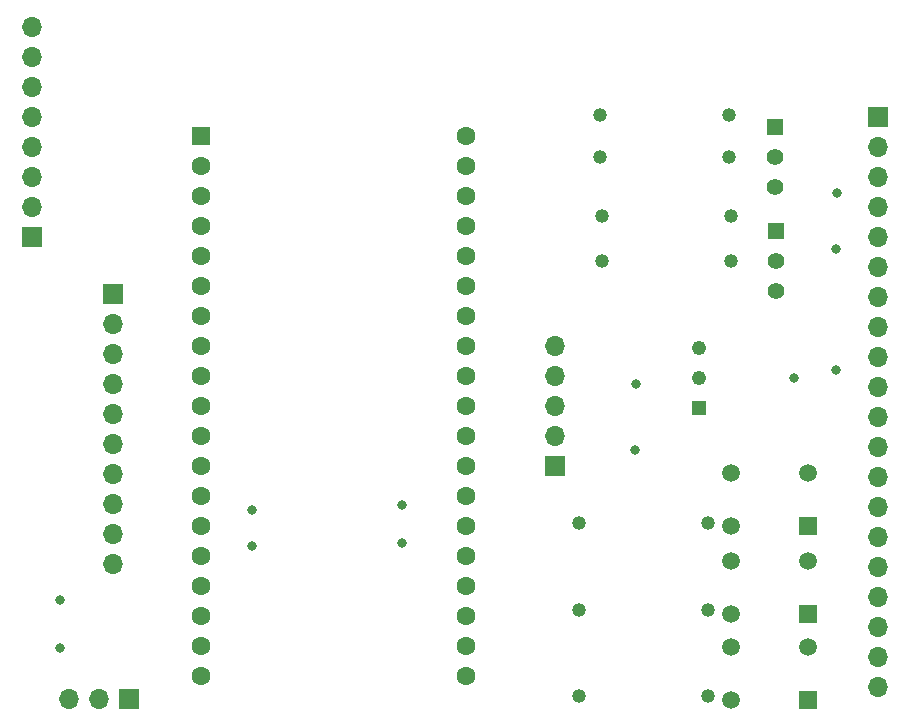
<source format=gtl>
%TF.GenerationSoftware,KiCad,Pcbnew,(5.1.10)-1*%
%TF.CreationDate,2021-12-13T23:16:41-03:00*%
%TF.ProjectId,Placa Digital,506c6163-6120-4446-9967-6974616c2e6b,V01*%
%TF.SameCoordinates,Original*%
%TF.FileFunction,Copper,L1,Top*%
%TF.FilePolarity,Positive*%
%FSLAX46Y46*%
G04 Gerber Fmt 4.6, Leading zero omitted, Abs format (unit mm)*
G04 Created by KiCad (PCBNEW (5.1.10)-1) date 2021-12-13 23:16:41*
%MOMM*%
%LPD*%
G01*
G04 APERTURE LIST*
%TA.AperFunction,ComponentPad*%
%ADD10C,1.410000*%
%TD*%
%TA.AperFunction,ComponentPad*%
%ADD11R,1.410000X1.410000*%
%TD*%
%TA.AperFunction,ComponentPad*%
%ADD12C,1.600000*%
%TD*%
%TA.AperFunction,ComponentPad*%
%ADD13R,1.600000X1.600000*%
%TD*%
%TA.AperFunction,ComponentPad*%
%ADD14O,1.700000X1.700000*%
%TD*%
%TA.AperFunction,ComponentPad*%
%ADD15R,1.700000X1.700000*%
%TD*%
%TA.AperFunction,ComponentPad*%
%ADD16C,1.498000*%
%TD*%
%TA.AperFunction,ComponentPad*%
%ADD17R,1.498000X1.498000*%
%TD*%
%TA.AperFunction,ComponentPad*%
%ADD18C,1.190000*%
%TD*%
%TA.AperFunction,ComponentPad*%
%ADD19C,1.218000*%
%TD*%
%TA.AperFunction,ComponentPad*%
%ADD20R,1.218000X1.218000*%
%TD*%
%TA.AperFunction,ViaPad*%
%ADD21C,0.800000*%
%TD*%
G04 APERTURE END LIST*
D10*
%TO.P,Q2,3*%
%TO.N,GND*%
X152563500Y-90043000D03*
%TO.P,Q2,2*%
%TO.N,Net-(Q2-Pad2)*%
X152563500Y-87503000D03*
D11*
%TO.P,Q2,1*%
%TO.N,Net-(Q2-Pad1)*%
X152563500Y-84963000D03*
%TD*%
D12*
%TO.P,U1,38*%
%TO.N,Net-(U1-Pad38)*%
X126467000Y-85725000D03*
%TO.P,U1,37*%
%TO.N,Net-(U1-Pad37)*%
X126467000Y-88265000D03*
%TO.P,U1,36*%
%TO.N,Net-(U1-Pad36)*%
X126467000Y-90805000D03*
%TO.P,U1,35*%
%TO.N,/fromMicroC_A6841ST1*%
X126467000Y-93345000D03*
%TO.P,U1,34*%
%TO.N,/fromMicroC_A6841SerialDataIN*%
X126467000Y-95885000D03*
%TO.P,U1,33*%
%TO.N,/fromMicroC_A6841CLK1*%
X126467000Y-98425000D03*
%TO.P,U1,32*%
%TO.N,/HMI/fromMicroC_DisplaySID*%
X126467000Y-100965000D03*
%TO.P,U1,31*%
%TO.N,/HMI/fromMicroC_DisplaySCLK*%
X126467000Y-103505000D03*
%TO.P,U1,30*%
%TO.N,/HMI/toMicroC_EncoderButton*%
X126467000Y-106045000D03*
%TO.P,U1,29*%
%TO.N,/HMI/toMicroC_EncoderSignalB*%
X126467000Y-108585000D03*
%TO.P,U1,28*%
%TO.N,/HMI/toMicroC_EncoderSignalA*%
X126467000Y-111125000D03*
%TO.P,U1,27*%
%TO.N,/fromMicroC_DACI2C_SDA*%
X126467000Y-113665000D03*
%TO.P,U1,26*%
%TO.N,GND*%
X126467000Y-116205000D03*
%TO.P,U1,25*%
%TO.N,/fromMicroC_DACI2C_SCL*%
X126467000Y-118745000D03*
%TO.P,U1,24*%
%TO.N,/toMicroC_OverVoltageSignal*%
X126467000Y-121285000D03*
%TO.P,U1,23*%
%TO.N,/HMI/toMicroC_Button3*%
X126467000Y-123825000D03*
%TO.P,U1,22*%
%TO.N,/HMI/toMicroC_Button2*%
X126467000Y-126365000D03*
%TO.P,U1,21*%
%TO.N,/HMI/toMicroC_Button1*%
X126467000Y-128905000D03*
%TO.P,U1,20*%
%TO.N,GND*%
X126467000Y-131445000D03*
%TO.P,U1,19*%
%TO.N,+5V*%
X103967000Y-131445000D03*
%TO.P,U1,18*%
%TO.N,/toMicroC_ADC_BUSY*%
X103967000Y-128905000D03*
%TO.P,U1,17*%
%TO.N,/fromMicroC_ADC_CONV*%
X103967000Y-126365000D03*
%TO.P,U1,16*%
%TO.N,/fromMicroC_ADC_RST*%
X103967000Y-123825000D03*
%TO.P,U1,15*%
%TO.N,/fromMicroC_ADC_RD*%
X103967000Y-121285000D03*
%TO.P,U1,14*%
%TO.N,GND*%
X103967000Y-118745000D03*
%TO.P,U1,13*%
%TO.N,/toMicroC_ADC_DB7*%
X103967000Y-116205000D03*
%TO.P,U1,12*%
%TO.N,/toMicroC_ADC_DB6*%
X103967000Y-113665000D03*
%TO.P,U1,11*%
%TO.N,/toMicroC_ADC_DB5*%
X103967000Y-111125000D03*
%TO.P,U1,10*%
%TO.N,/toMicroC_ADC_DB4*%
X103967000Y-108585000D03*
%TO.P,U1,9*%
%TO.N,/toMicroC_ADC_DB3*%
X103967000Y-106045000D03*
%TO.P,U1,8*%
%TO.N,/toMicroC_ADC_DB2*%
X103967000Y-103505000D03*
%TO.P,U1,7*%
%TO.N,/toMicroC_ADC_DB1*%
X103967000Y-100965000D03*
%TO.P,U1,6*%
%TO.N,/toMicroC_ADC_DB0*%
X103967000Y-98425000D03*
%TO.P,U1,5*%
%TO.N,Net-(U1-Pad5)*%
X103967000Y-95885000D03*
%TO.P,U1,4*%
%TO.N,Net-(U1-Pad4)*%
X103967000Y-93345000D03*
%TO.P,U1,3*%
%TO.N,Net-(U1-Pad3)*%
X103967000Y-90805000D03*
%TO.P,U1,2*%
%TO.N,Net-(U1-Pad2)*%
X103967000Y-88265000D03*
D13*
%TO.P,U1,1*%
%TO.N,Net-(U1-Pad1)*%
X103967000Y-85725000D03*
%TD*%
D14*
%TO.P,J3,3*%
%TO.N,+5V*%
X92837000Y-133350000D03*
%TO.P,J3,2*%
%TO.N,+3.3V*%
X95377000Y-133350000D03*
D15*
%TO.P,J3,1*%
%TO.N,GND*%
X97917000Y-133350000D03*
%TD*%
D14*
%TO.P,J2,8*%
%TO.N,/fromMicroC_A6841ST1*%
X89662000Y-76454000D03*
%TO.P,J2,7*%
%TO.N,/fromMicroC_A6841SerialDataIN*%
X89662000Y-78994000D03*
%TO.P,J2,6*%
%TO.N,/fromMicroC_A6841CLK1*%
X89662000Y-81534000D03*
%TO.P,J2,5*%
%TO.N,/fromMicroC_DACI2C_SDA*%
X89662000Y-84074000D03*
%TO.P,J2,4*%
%TO.N,/fromMicroC_DACI2C_SCL*%
X89662000Y-86614000D03*
%TO.P,J2,3*%
%TO.N,/fromMicroC_ADC_RD*%
X89662000Y-89154000D03*
%TO.P,J2,2*%
%TO.N,/fromMicroC_ADC_RST*%
X89662000Y-91694000D03*
D15*
%TO.P,J2,1*%
%TO.N,/fromMicroC_ADC_CONV*%
X89662000Y-94234000D03*
%TD*%
D14*
%TO.P,J1,10*%
%TO.N,/toMicroC_ADC_DB7*%
X96520000Y-121920000D03*
%TO.P,J1,9*%
%TO.N,/toMicroC_ADC_DB6*%
X96520000Y-119380000D03*
%TO.P,J1,8*%
%TO.N,/toMicroC_ADC_DB5*%
X96520000Y-116840000D03*
%TO.P,J1,7*%
%TO.N,/toMicroC_ADC_DB4*%
X96520000Y-114300000D03*
%TO.P,J1,6*%
%TO.N,/toMicroC_ADC_DB3*%
X96520000Y-111760000D03*
%TO.P,J1,5*%
%TO.N,/toMicroC_ADC_DB2*%
X96520000Y-109220000D03*
%TO.P,J1,4*%
%TO.N,/toMicroC_ADC_DB1*%
X96520000Y-106680000D03*
%TO.P,J1,3*%
%TO.N,/toMicroC_ADC_DB0*%
X96520000Y-104140000D03*
%TO.P,J1,2*%
%TO.N,/toMicroC_ADC_BUSY*%
X96520000Y-101600000D03*
D15*
%TO.P,J1,1*%
%TO.N,/toMicroC_OverVoltageSignal*%
X96520000Y-99060000D03*
%TD*%
D10*
%TO.P,Q5,3*%
%TO.N,GND*%
X152690500Y-98806000D03*
%TO.P,Q5,2*%
%TO.N,Net-(Q5-Pad2)*%
X152690500Y-96266000D03*
D11*
%TO.P,Q5,1*%
%TO.N,Net-(Q5-Pad1)*%
X152690500Y-93726000D03*
%TD*%
D16*
%TO.P,Buttom_3,4*%
%TO.N,/HMI/toMicroC_Button3*%
X148896000Y-114209000D03*
%TO.P,Buttom_3,2*%
%TO.N,+3.3V*%
X155396000Y-114209000D03*
%TO.P,Buttom_3,3*%
%TO.N,/HMI/toMicroC_Button3*%
X148896000Y-118709000D03*
D17*
%TO.P,Buttom_3,1*%
%TO.N,+3.3V*%
X155396000Y-118709000D03*
%TD*%
D16*
%TO.P,Buttom_2,4*%
%TO.N,/HMI/toMicroC_Button2*%
X148896000Y-121702000D03*
%TO.P,Buttom_2,2*%
%TO.N,+3.3V*%
X155396000Y-121702000D03*
%TO.P,Buttom_2,3*%
%TO.N,/HMI/toMicroC_Button2*%
X148896000Y-126202000D03*
D17*
%TO.P,Buttom_2,1*%
%TO.N,+3.3V*%
X155396000Y-126202000D03*
%TD*%
D16*
%TO.P,Buttom_1,4*%
%TO.N,/HMI/toMicroC_Button1*%
X148896000Y-128941000D03*
%TO.P,Buttom_1,2*%
%TO.N,+3.3V*%
X155396000Y-128941000D03*
%TO.P,Buttom_1,3*%
%TO.N,/HMI/toMicroC_Button1*%
X148896000Y-133441000D03*
D17*
%TO.P,Buttom_1,1*%
%TO.N,+3.3V*%
X155396000Y-133441000D03*
%TD*%
D18*
%TO.P,R50,2*%
%TO.N,Net-(Q2-Pad1)*%
X148721000Y-83933000D03*
%TO.P,R50,1*%
%TO.N,+5V*%
X137791000Y-83933000D03*
%TD*%
%TO.P,R46,2*%
%TO.N,Net-(Q5-Pad1)*%
X148848000Y-92456000D03*
%TO.P,R46,1*%
%TO.N,+5V*%
X137918000Y-92456000D03*
%TD*%
D14*
%TO.P,U2,5*%
%TO.N,+3.3V*%
X133985000Y-103505000D03*
%TO.P,U2,4*%
%TO.N,/HMI/toMicroC_EncoderButton*%
X133985000Y-106045000D03*
%TO.P,U2,3*%
%TO.N,/HMI/toMicroC_EncoderSignalB*%
X133985000Y-108585000D03*
%TO.P,U2,2*%
%TO.N,/HMI/toMicroC_EncoderSignalA*%
X133985000Y-111125000D03*
D15*
%TO.P,U2,1*%
%TO.N,GND*%
X133985000Y-113665000D03*
%TD*%
D14*
%TO.P,U3,20*%
%TO.N,GND*%
X161290000Y-132334000D03*
%TO.P,U3,19*%
%TO.N,+3.3V*%
X161290000Y-129794000D03*
%TO.P,U3,18*%
%TO.N,Net-(U3-Pad18)*%
X161290000Y-127254000D03*
%TO.P,U3,17*%
%TO.N,+5V*%
X161290000Y-124714000D03*
%TO.P,U3,16*%
%TO.N,Net-(U3-Pad16)*%
X161290000Y-122174000D03*
%TO.P,U3,15*%
%TO.N,GND*%
X161290000Y-119634000D03*
%TO.P,U3,14*%
%TO.N,Net-(U3-Pad14)*%
X161290000Y-117094000D03*
%TO.P,U3,13*%
%TO.N,Net-(U3-Pad13)*%
X161290000Y-114554000D03*
%TO.P,U3,12*%
%TO.N,Net-(U3-Pad12)*%
X161290000Y-112014000D03*
%TO.P,U3,11*%
%TO.N,Net-(U3-Pad11)*%
X161290000Y-109474000D03*
%TO.P,U3,10*%
%TO.N,Net-(U3-Pad10)*%
X161290000Y-106934000D03*
%TO.P,U3,9*%
%TO.N,Net-(U3-Pad9)*%
X161290000Y-104394000D03*
%TO.P,U3,8*%
%TO.N,Net-(U3-Pad8)*%
X161290000Y-101854000D03*
%TO.P,U3,7*%
%TO.N,Net-(U3-Pad7)*%
X161290000Y-99314000D03*
%TO.P,U3,6*%
%TO.N,Net-(Q5-Pad1)*%
X161290000Y-96774000D03*
%TO.P,U3,5*%
%TO.N,Net-(Q2-Pad1)*%
X161290000Y-94234000D03*
%TO.P,U3,4*%
%TO.N,+5V*%
X161290000Y-91694000D03*
%TO.P,U3,3*%
%TO.N,Net-(U3-Pad3)*%
X161290000Y-89154000D03*
%TO.P,U3,2*%
%TO.N,+5V*%
X161290000Y-86614000D03*
D15*
%TO.P,U3,1*%
%TO.N,GND*%
X161290000Y-84074000D03*
%TD*%
D19*
%TO.P,U31,3*%
%TO.N,GND*%
X146177000Y-103632000D03*
%TO.P,U31,2*%
%TO.N,Net-(U3-Pad3)*%
X146177000Y-106172000D03*
D20*
%TO.P,U31,1*%
%TO.N,+5V*%
X146177000Y-108712000D03*
%TD*%
D18*
%TO.P,R51,2*%
%TO.N,/HMI/fromMicroC_DisplaySID*%
X137791000Y-87503000D03*
%TO.P,R51,1*%
%TO.N,Net-(Q2-Pad2)*%
X148721000Y-87503000D03*
%TD*%
%TO.P,R47,2*%
%TO.N,/HMI/fromMicroC_DisplaySCLK*%
X137918000Y-96266000D03*
%TO.P,R47,1*%
%TO.N,Net-(Q5-Pad2)*%
X148848000Y-96266000D03*
%TD*%
%TO.P,R49,2*%
%TO.N,GND*%
X136013000Y-118491000D03*
%TO.P,R49,1*%
%TO.N,/HMI/toMicroC_Button3*%
X146943000Y-118491000D03*
%TD*%
%TO.P,R48,2*%
%TO.N,GND*%
X136013000Y-125857000D03*
%TO.P,R48,1*%
%TO.N,/HMI/toMicroC_Button2*%
X146943000Y-125857000D03*
%TD*%
%TO.P,R53,2*%
%TO.N,GND*%
X136013000Y-133096000D03*
%TO.P,R53,1*%
%TO.N,/HMI/toMicroC_Button1*%
X146943000Y-133096000D03*
%TD*%
D21*
%TO.N,*%
X157734000Y-105537000D03*
X157734000Y-95250000D03*
%TO.N,/fromMicroC_DACI2C_SCL*%
X121031000Y-116967000D03*
X121031000Y-120142000D03*
%TO.N,/toMicroC_OverVoltageSignal*%
X108331000Y-117348000D03*
X108331000Y-120396000D03*
%TO.N,/toMicroC_ADC_BUSY*%
X92075000Y-124968000D03*
X92075000Y-129032000D03*
%TO.N,Net-(U3-Pad3)*%
X154178000Y-106172000D03*
X157861000Y-90551000D03*
%TO.N,GND*%
X140843000Y-106680000D03*
X140716000Y-112268000D03*
%TD*%
M02*

</source>
